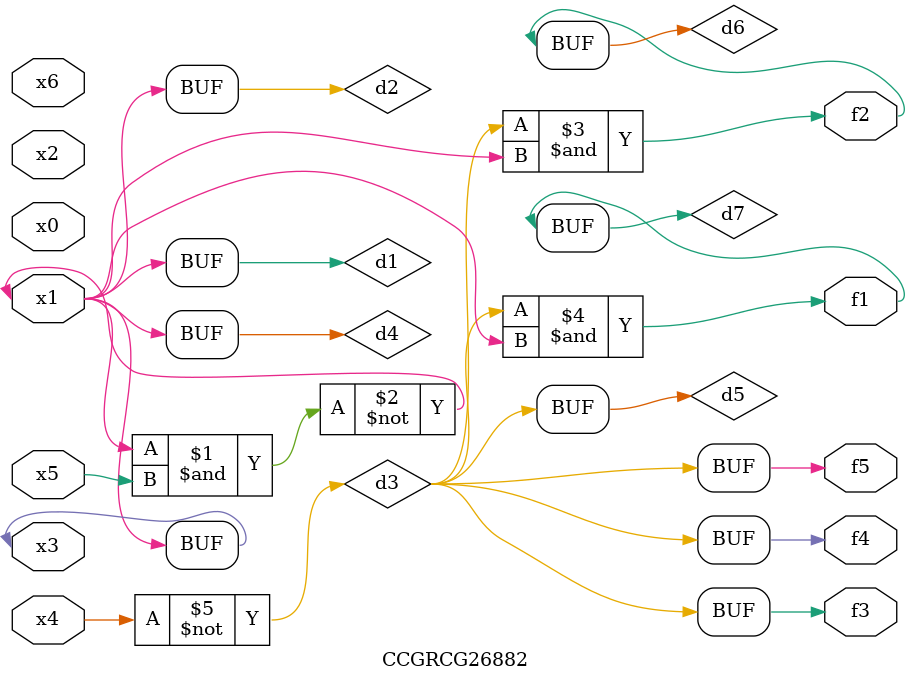
<source format=v>
module CCGRCG26882(
	input x0, x1, x2, x3, x4, x5, x6,
	output f1, f2, f3, f4, f5
);

	wire d1, d2, d3, d4, d5, d6, d7;

	buf (d1, x1, x3);
	nand (d2, x1, x5);
	not (d3, x4);
	buf (d4, d1, d2);
	buf (d5, d3);
	and (d6, d3, d4);
	and (d7, d3, d4);
	assign f1 = d7;
	assign f2 = d6;
	assign f3 = d5;
	assign f4 = d5;
	assign f5 = d5;
endmodule

</source>
